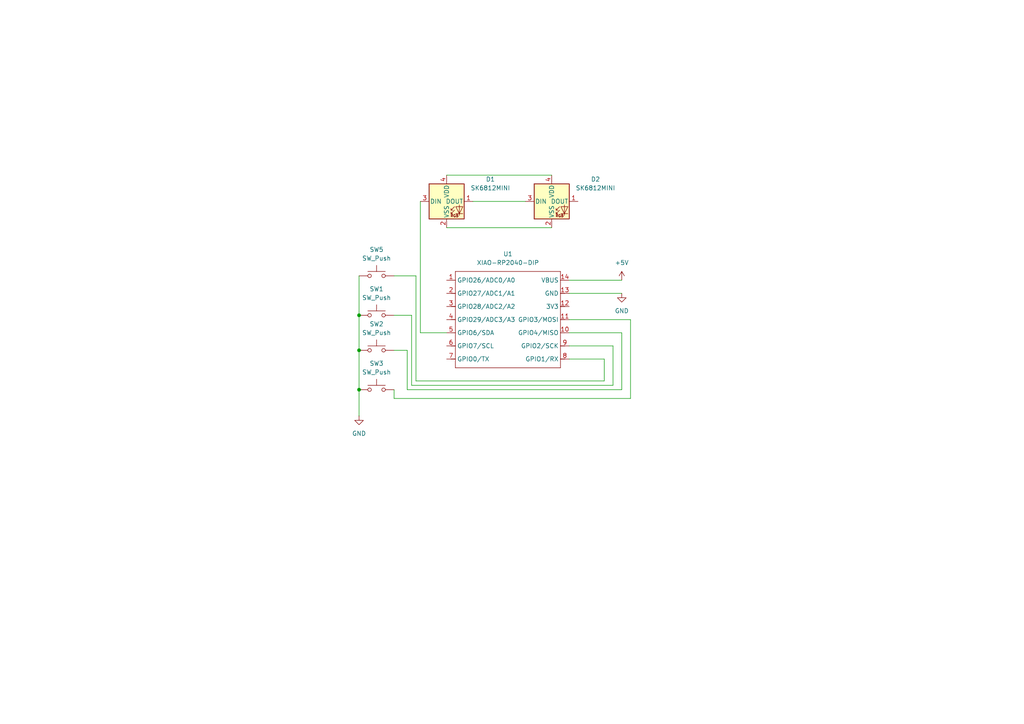
<source format=kicad_sch>
(kicad_sch (version 20250114) (generator "eeschema") (generator_version "9.0")
  (paper "A4")
  (lib_symbols
    (symbol "LED:SK6812MINI" (pin_names (offset 0.254))
      (property "Reference" "D" (at 5.08 5.715 0))
      (property "Value" "SK6812MINI" (at 1.27 -5.715 0))
      (symbol "SK6812MINI_0_0"
        (text "RGB" (at 2.286 -4.191 0) (effects (font (size 0.762 0.762))))
      )
      (symbol "SK6812MINI_0_1"
        (polyline (pts (xy 1.27 -2.54) (xy 1.778 -2.54)))
        (polyline (pts (xy 1.27 -3.556) (xy 1.778 -3.556)))
        (polyline (pts (xy 2.286 -1.524) (xy 1.27 -2.54) (xy 1.27 -2.032)))
        (polyline (pts (xy 2.286 -2.54) (xy 1.27 -3.556) (xy 1.27 -3.048)))
        (polyline (pts (xy 3.683 -1.016) (xy 3.683 -3.556) (xy 3.683 -4.064)))
        (polyline (pts (xy 4.699 -1.524) (xy 2.667 -1.524) (xy 3.683 -3.556) (xy 4.699 -1.524)))
        (polyline (pts (xy 4.699 -3.556) (xy 2.667 -3.556)))
        (rectangle (start 5.08 5.08) (end -5.08 -5.08) (stroke (width 0.254)) (fill (type background)))
      )
      (symbol "SK6812MINI_1_1"
        (pin input line (at -7.62 0 0) (length 2.54) (name "DIN") (number "3"))
        (pin power_in line (at 0 7.62 270) (length 2.54) (name "VDD") (number "4"))
        (pin power_in line (at 0 -7.62 90) (length 2.54) (name "VSS") (number "2"))
        (pin output line (at 7.62 0 180) (length 2.54) (name "DOUT") (number "1"))
      )
    )
    (symbol "OPL:XIAO-RP2040-DIP"
      (property "Reference" "U" (at 0 0 0))
      (property "Value" "XIAO-RP2040-DIP" (at 5.334 -1.778 0))
      (symbol "XIAO-RP2040-DIP_1_0"
        (polyline (pts (xy -1.27 -2.54) (xy 29.21 -2.54)) (stroke (width 0.1524)))
        (polyline (pts (xy -1.27 -5.08) (xy -2.54 -5.08)) (stroke (width 0.1524)))
        (polyline (pts (xy -1.27 -5.08) (xy -1.27 -2.54)) (stroke (width 0.1524)))
        (polyline (pts (xy -1.27 -8.89) (xy -2.54 -8.89)) (stroke (width 0.1524)))
        (polyline (pts (xy -1.27 -8.89) (xy -1.27 -5.08)) (stroke (width 0.1524)))
        (polyline (pts (xy -1.27 -12.7) (xy -2.54 -12.7)) (stroke (width 0.1524)))
        (polyline (pts (xy -1.27 -12.7) (xy -1.27 -8.89)) (stroke (width 0.1524)))
        (polyline (pts (xy -1.27 -16.51) (xy -2.54 -16.51)) (stroke (width 0.1524)))
        (polyline (pts (xy -1.27 -16.51) (xy -1.27 -12.7)) (stroke (width 0.1524)))
        (polyline (pts (xy -1.27 -20.32) (xy -2.54 -20.32)) (stroke (width 0.1524)))
        (polyline (pts (xy -1.27 -24.13) (xy -2.54 -24.13)) (stroke (width 0.1524)))
        (polyline (pts (xy -1.27 -27.94) (xy -2.54 -27.94)) (stroke (width 0.1524)))
        (polyline (pts (xy -1.27 -30.48) (xy -1.27 -16.51)) (stroke (width 0.1524)))
        (polyline (pts (xy 29.21 -2.54) (xy 29.21 -5.08)) (stroke (width 0.1524)))
        (polyline (pts (xy 29.21 -5.08) (xy 29.21 -8.89)) (stroke (width 0.1524)))
        (polyline (pts (xy 29.21 -8.89) (xy 29.21 -12.7)) (stroke (width 0.1524)))
        (polyline (pts (xy 29.21 -12.7) (xy 29.21 -30.48)) (stroke (width 0.1524)))
        (polyline (pts (xy 29.21 -30.48) (xy -1.27 -30.48)) (stroke (width 0.1524)))
        (polyline (pts (xy 30.48 -5.08) (xy 29.21 -5.08)) (stroke (width 0.1524)))
        (polyline (pts (xy 30.48 -8.89) (xy 29.21 -8.89)) (stroke (width 0.1524)))
        (polyline (pts (xy 30.48 -12.7) (xy 29.21 -12.7)) (stroke (width 0.1524)))
        (polyline (pts (xy 30.48 -16.51) (xy 29.21 -16.51)) (stroke (width 0.1524)))
        (polyline (pts (xy 30.48 -20.32) (xy 29.21 -20.32)) (stroke (width 0.1524)))
        (polyline (pts (xy 30.48 -24.13) (xy 29.21 -24.13)) (stroke (width 0.1524)))
        (polyline (pts (xy 30.48 -27.94) (xy 29.21 -27.94)) (stroke (width 0.1524)))
        (pin passive line (at -3.81 -5.08 0) (length 2.54) (name "GPIO26/ADC0/A0") (number "1"))
        (pin passive line (at -3.81 -8.89 0) (length 2.54) (name "GPIO27/ADC1/A1") (number "2"))
        (pin passive line (at -3.81 -12.7 0) (length 2.54) (name "GPIO28/ADC2/A2") (number "3"))
        (pin passive line (at -3.81 -16.51 0) (length 2.54) (name "GPIO29/ADC3/A3") (number "4"))
        (pin passive line (at -3.81 -20.32 0) (length 2.54) (name "GPIO6/SDA") (number "5"))
        (pin passive line (at -3.81 -24.13 0) (length 2.54) (name "GPIO7/SCL") (number "6"))
        (pin passive line (at -3.81 -27.94 0) (length 2.54) (name "GPIO0/TX") (number "7"))
        (pin passive line (at 31.75 -5.08 180) (length 2.54) (name "VBUS") (number "14"))
        (pin passive line (at 31.75 -8.89 180) (length 2.54) (name "GND") (number "13"))
        (pin passive line (at 31.75 -12.7 180) (length 2.54) (name "3V3") (number "12"))
        (pin passive line (at 31.75 -16.51 180) (length 2.54) (name "GPIO3/MOSI") (number "11"))
        (pin passive line (at 31.75 -20.32 180) (length 2.54) (name "GPIO4/MISO") (number "10"))
        (pin passive line (at 31.75 -24.13 180) (length 2.54) (name "GPIO2/SCK") (number "9"))
        (pin passive line (at 31.75 -27.94 180) (length 2.54) (name "GPIO1/RX") (number "8"))
      )
    )
    (symbol "Switch:SW_Push" (pin_numbers (hide yes)) (pin_names (offset 1.016) (hide yes))
      (property "Reference" "SW" (at 1.27 2.54 0))
      (property "Value" "SW_Push" (at 0 -1.524 0))
      (symbol "SW_Push_0_1"
        (circle (center -2.032 0) (radius 0.508))
        (polyline (pts (xy 0 1.27) (xy 0 3.048)))
        (circle (center 2.032 0) (radius 0.508))
        (polyline (pts (xy 2.54 1.27) (xy -2.54 1.27)))
        (pin passive line (at -5.08 0 0) (length 2.54) (name "1") (number "1"))
        (pin passive line (at 5.08 0 180) (length 2.54) (name "2") (number "2"))
      )
    )
    (symbol "power:+5V" (power) (pin_numbers (hide yes)) (pin_names (offset 0) (hide yes))
      (property "Value" "+5V" (at 0 3.556 0))
      (symbol "+5V_0_1"
        (polyline (pts (xy -0.762 1.27) (xy 0 2.54)))
        (polyline (pts (xy 0 2.54) (xy 0.762 1.27)))
        (polyline (pts (xy 0 0) (xy 0 2.54)))
      )
      (symbol "+5V_1_1"
        (pin power_in line (at 0 0 90) (length 0) (name "~") (number "1"))
      )
    )
    (symbol "power:GND" (power) (pin_numbers (hide yes)) (pin_names (offset 0) (hide yes))
      (property "Value" "GND" (at 0 -3.81 0))
      (symbol "GND_0_1"
        (polyline (pts (xy 0 0) (xy 0 -1.27) (xy 1.27 -1.27) (xy 0 -2.54) (xy -1.27 -1.27) (xy 0 -1.27)))
      )
      (symbol "GND_1_1"
        (pin power_in line (at 0 0 270) (length 0) (name "~") (number "1"))
      )
    )
  )
  (junction (at 104.14 91.44))
  (junction (at 104.14 101.6))
  (junction (at 104.14 113.03))
  (wire (pts (xy 137.16 58.42) (xy 152.4 58.42)))
  (wire (pts (xy 104.14 113.03) (xy 104.14 120.65)))
  (wire (pts (xy 121.92 58.42) (xy 121.92 96.52)))
  (wire (pts (xy 175.26 110.49) (xy 175.26 104.14)))
  (wire (pts (xy 177.8 111.76) (xy 177.8 100.33)))
  (wire (pts (xy 180.34 81.28) (xy 165.1 81.28)))
  (wire (pts (xy 104.14 80.01) (xy 104.14 91.44)))
  (wire (pts (xy 180.34 96.52) (xy 165.1 96.52)))
  (wire (pts (xy 104.14 91.44) (xy 104.14 101.6)))
  (wire (pts (xy 182.88 92.71) (xy 165.1 92.71)))
  (wire (pts (xy 129.54 66.04) (xy 160.02 66.04)))
  (wire (pts (xy 120.65 80.01) (xy 120.65 110.49)))
  (wire (pts (xy 114.3 113.03) (xy 114.3 115.57)))
  (wire (pts (xy 118.11 113.03) (xy 180.34 113.03)))
  (wire (pts (xy 175.26 104.14) (xy 165.1 104.14)))
  (wire (pts (xy 120.65 110.49) (xy 175.26 110.49)))
  (wire (pts (xy 114.3 101.6) (xy 118.11 101.6)))
  (wire (pts (xy 119.38 91.44) (xy 119.38 111.76)))
  (wire (pts (xy 182.88 115.57) (xy 182.88 92.71)))
  (wire (pts (xy 114.3 91.44) (xy 119.38 91.44)))
  (wire (pts (xy 114.3 115.57) (xy 182.88 115.57)))
  (wire (pts (xy 121.92 96.52) (xy 129.54 96.52)))
  (wire (pts (xy 119.38 111.76) (xy 177.8 111.76)))
  (wire (pts (xy 129.54 50.8) (xy 160.02 50.8)))
  (wire (pts (xy 104.14 101.6) (xy 104.14 113.03)))
  (wire (pts (xy 118.11 101.6) (xy 118.11 113.03)))
  (wire (pts (xy 114.3 80.01) (xy 120.65 80.01)))
  (wire (pts (xy 180.34 113.03) (xy 180.34 96.52)))
  (wire (pts (xy 180.34 85.09) (xy 165.1 85.09)))
  (wire (pts (xy 177.8 100.33) (xy 165.1 100.33)))
  (symbol (lib_id "Switch:SW_Push") (at 109.22 80.01 0) (unit 1)
    (property "Reference" "SW5" (at 109.22 72.39 0))
    (property "Value" "SW_Push" (at 109.22 74.93 0))
    (property "Footprint" "Button_Switch_Keyboard:SW_Cherry_MX_1.00u_PCB" (effects (hide yes)))
    (property "Description" "Push button switch, generic, two pins" (effects (hide yes)))
  )
  (symbol (lib_id "LED:SK6812MINI") (at 160.02 58.42 0) (unit 1)
    (property "Reference" "D2" (at 172.72 51.9998 0))
    (property "Value" "SK6812MINI" (at 172.72 54.5398 0))
    (property "Footprint" "LED_SMD:LED_SK6812MINI_PLCC4_3.5x3.5mm_P1.75mm" (effects (hide yes)))
    (property "Datasheet" "https://cdn-shop.adafruit.com/product-files/2686/SK6812MINI_REV.01-1-2.pdf" (effects (hide yes)))
    (property "Description" "RGB LED with integrated controller" (effects (hide yes)))
  )
  (symbol (lib_id "power:GND") (at 180.34 85.09 0) (unit 1)
    (property "Reference" "#PWR02" (effects (hide yes)))
    (property "Value" "GND" (at 180.34 90.17 0))
    (property "Description" "Power symbol creates a global label with name \"GND\" , ground" (effects (hide yes)))
  )
  (symbol (lib_id "OPL:XIAO-RP2040-DIP") (at 133.35 76.2 0) (unit 1)
    (property "Reference" "U1" (at 147.32 73.66 0))
    (property "Value" "XIAO-RP2040-DIP" (at 147.32 76.2 0))
    (property "Footprint" "OPL:XIAO-RP2040-DIP" (effects (hide yes)))
  )
  (symbol (lib_id "LED:SK6812MINI") (at 129.54 58.42 0) (unit 1)
    (property "Reference" "D1" (at 142.24 51.9998 0))
    (property "Value" "SK6812MINI" (at 142.24 54.5398 0))
    (property "Footprint" "LED_SMD:LED_SK6812MINI_PLCC4_3.5x3.5mm_P1.75mm" (effects (hide yes)))
    (property "Datasheet" "https://cdn-shop.adafruit.com/product-files/2686/SK6812MINI_REV.01-1-2.pdf" (effects (hide yes)))
    (property "Description" "RGB LED with integrated controller" (effects (hide yes)))
  )
  (symbol (lib_id "Switch:SW_Push") (at 109.22 113.03 0) (unit 1)
    (property "Reference" "SW3" (at 109.22 105.41 0))
    (property "Value" "SW_Push" (at 109.22 107.95 0))
    (property "Footprint" "Button_Switch_Keyboard:SW_Cherry_MX_1.00u_PCB" (effects (hide yes)))
    (property "Description" "Push button switch, generic, two pins" (effects (hide yes)))
  )
  (symbol (lib_id "Switch:SW_Push") (at 109.22 101.6 0) (unit 1)
    (property "Reference" "SW2" (at 109.22 93.98 0))
    (property "Value" "SW_Push" (at 109.22 96.52 0))
    (property "Footprint" "Button_Switch_Keyboard:SW_Cherry_MX_1.00u_PCB" (effects (hide yes)))
    (property "Description" "Push button switch, generic, two pins" (effects (hide yes)))
  )
  (symbol (lib_id "power:GND") (at 104.14 120.65 0) (unit 1)
    (property "Reference" "#PWR01" (effects (hide yes)))
    (property "Value" "GND" (at 104.14 125.73 0))
    (property "Description" "Power symbol creates a global label with name \"GND\" , ground" (effects (hide yes)))
  )
  (symbol (lib_id "Switch:SW_Push") (at 109.22 91.44 0) (unit 1)
    (property "Reference" "SW1" (at 109.22 83.82 0))
    (property "Value" "SW_Push" (at 109.22 86.36 0))
    (property "Footprint" "Button_Switch_Keyboard:SW_Cherry_MX_1.00u_PCB" (effects (hide yes)))
    (property "Description" "Push button switch, generic, two pins" (effects (hide yes)))
  )
  (symbol (lib_id "power:+5V") (at 180.34 81.28 0) (unit 1)
    (property "Reference" "#PWR03" (effects (hide yes)))
    (property "Value" "+5V" (at 180.34 76.2 0))
    (property "Description" "Power symbol creates a global label with name \"+5V\"" (effects (hide yes)))
  )
)
</source>
